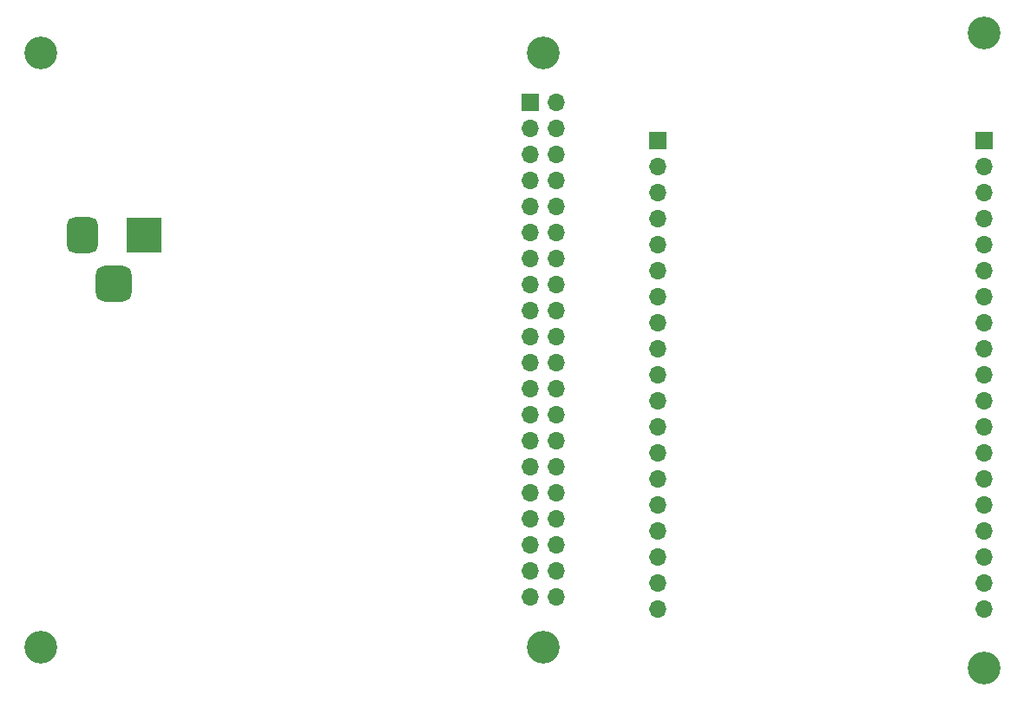
<source format=gbr>
G04 #@! TF.GenerationSoftware,KiCad,Pcbnew,7.0.8*
G04 #@! TF.CreationDate,2024-10-25T10:17:10+09:00*
G04 #@! TF.ProjectId,Juice connector board,4a756963-6520-4636-9f6e-6e6563746f72,rev?*
G04 #@! TF.SameCoordinates,Original*
G04 #@! TF.FileFunction,Soldermask,Bot*
G04 #@! TF.FilePolarity,Negative*
%FSLAX46Y46*%
G04 Gerber Fmt 4.6, Leading zero omitted, Abs format (unit mm)*
G04 Created by KiCad (PCBNEW 7.0.8) date 2024-10-25 10:17:10*
%MOMM*%
%LPD*%
G01*
G04 APERTURE LIST*
G04 Aperture macros list*
%AMRoundRect*
0 Rectangle with rounded corners*
0 $1 Rounding radius*
0 $2 $3 $4 $5 $6 $7 $8 $9 X,Y pos of 4 corners*
0 Add a 4 corners polygon primitive as box body*
4,1,4,$2,$3,$4,$5,$6,$7,$8,$9,$2,$3,0*
0 Add four circle primitives for the rounded corners*
1,1,$1+$1,$2,$3*
1,1,$1+$1,$4,$5*
1,1,$1+$1,$6,$7*
1,1,$1+$1,$8,$9*
0 Add four rect primitives between the rounded corners*
20,1,$1+$1,$2,$3,$4,$5,0*
20,1,$1+$1,$4,$5,$6,$7,0*
20,1,$1+$1,$6,$7,$8,$9,0*
20,1,$1+$1,$8,$9,$2,$3,0*%
G04 Aperture macros list end*
%ADD10R,1.700000X1.700000*%
%ADD11O,1.700000X1.700000*%
%ADD12C,3.200000*%
%ADD13R,3.500000X3.500000*%
%ADD14RoundRect,0.750000X-0.750000X-1.000000X0.750000X-1.000000X0.750000X1.000000X-0.750000X1.000000X0*%
%ADD15RoundRect,0.875000X-0.875000X-0.875000X0.875000X-0.875000X0.875000X0.875000X-0.875000X0.875000X0*%
G04 APERTURE END LIST*
D10*
X196000000Y-82000000D03*
D11*
X196000000Y-84540000D03*
X196000000Y-87080000D03*
X196000000Y-89620000D03*
X196000000Y-92160000D03*
X196000000Y-94700000D03*
X196000000Y-97240000D03*
X196000000Y-99780000D03*
X196000000Y-102320000D03*
X196000000Y-104860000D03*
X196000000Y-107400000D03*
X196000000Y-109940000D03*
X196000000Y-112480000D03*
X196000000Y-115020000D03*
X196000000Y-117560000D03*
X196000000Y-120100000D03*
X196000000Y-122640000D03*
X196000000Y-125180000D03*
X196000000Y-127720000D03*
D12*
X196000000Y-71500000D03*
D10*
X164200000Y-82000000D03*
D11*
X164200000Y-84540000D03*
X164200000Y-87080000D03*
X164200000Y-89620000D03*
X164200000Y-92160000D03*
X164200000Y-94700000D03*
X164200000Y-97240000D03*
X164200000Y-99780000D03*
X164200000Y-102320000D03*
X164200000Y-104860000D03*
X164200000Y-107400000D03*
X164200000Y-109940000D03*
X164200000Y-112480000D03*
X164200000Y-115020000D03*
X164200000Y-117560000D03*
X164200000Y-120100000D03*
X164200000Y-122640000D03*
X164200000Y-125180000D03*
X164200000Y-127720000D03*
D12*
X196000000Y-133500000D03*
D10*
X151710000Y-78300000D03*
D11*
X154250000Y-78300000D03*
X151710000Y-80840000D03*
X154250000Y-80840000D03*
X151710000Y-83380000D03*
X154250000Y-83380000D03*
X151710000Y-85920000D03*
X154250000Y-85920000D03*
X151710000Y-88460000D03*
X154250000Y-88460000D03*
X151710000Y-91000000D03*
X154250000Y-91000000D03*
X151710000Y-93540000D03*
X154250000Y-93540000D03*
X151710000Y-96080000D03*
X154250000Y-96080000D03*
X151710000Y-98620000D03*
X154250000Y-98620000D03*
X151710000Y-101160000D03*
X154250000Y-101160000D03*
X151710000Y-103700000D03*
X154250000Y-103700000D03*
X151710000Y-106240000D03*
X154250000Y-106240000D03*
X151710000Y-108780000D03*
X154250000Y-108780000D03*
X151710000Y-111320000D03*
X154250000Y-111320000D03*
X151710000Y-113860000D03*
X154250000Y-113860000D03*
X151710000Y-116400000D03*
X154250000Y-116400000D03*
X151710000Y-118940000D03*
X154250000Y-118940000D03*
X151710000Y-121480000D03*
X154250000Y-121480000D03*
X151710000Y-124020000D03*
X154250000Y-124020000D03*
X151710000Y-126560000D03*
X154250000Y-126560000D03*
D12*
X104000000Y-73500000D03*
X104000000Y-131500000D03*
X153000000Y-73500000D03*
X153000000Y-131500000D03*
D13*
X114100000Y-91300000D03*
D14*
X108100000Y-91300000D03*
D15*
X111100000Y-96000000D03*
M02*

</source>
